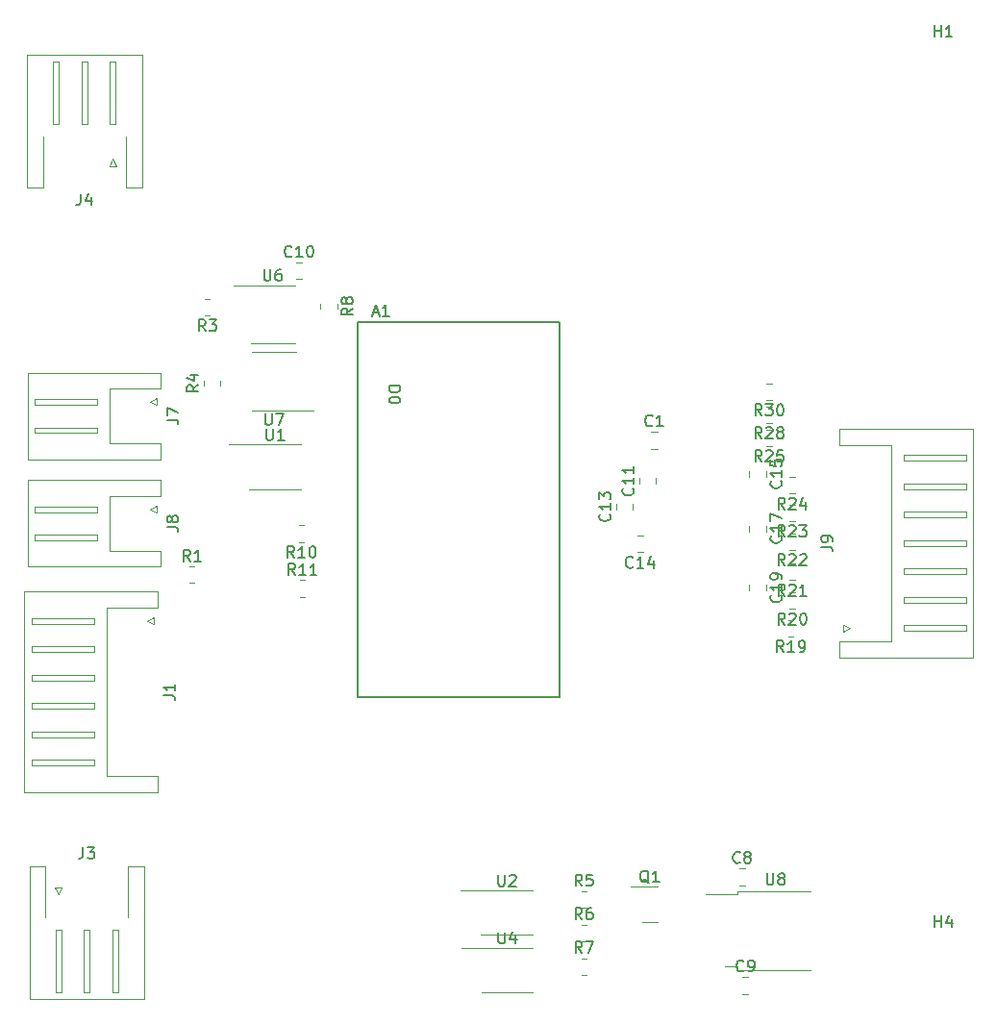
<source format=gbr>
%TF.GenerationSoftware,KiCad,Pcbnew,7.0.9*%
%TF.CreationDate,2024-01-03T22:08:46+05:30*%
%TF.ProjectId,BMS LTC6804-2,424d5320-4c54-4433-9638-30342d322e6b,rev?*%
%TF.SameCoordinates,Original*%
%TF.FileFunction,Legend,Top*%
%TF.FilePolarity,Positive*%
%FSLAX46Y46*%
G04 Gerber Fmt 4.6, Leading zero omitted, Abs format (unit mm)*
G04 Created by KiCad (PCBNEW 7.0.9) date 2024-01-03 22:08:46*
%MOMM*%
%LPD*%
G01*
G04 APERTURE LIST*
%ADD10C,0.150000*%
%ADD11C,0.120000*%
G04 APERTURE END LIST*
D10*
X76903342Y-62034380D02*
X76855723Y-62082000D01*
X76855723Y-62082000D02*
X76712866Y-62129619D01*
X76712866Y-62129619D02*
X76617628Y-62129619D01*
X76617628Y-62129619D02*
X76474771Y-62082000D01*
X76474771Y-62082000D02*
X76379533Y-61986761D01*
X76379533Y-61986761D02*
X76331914Y-61891523D01*
X76331914Y-61891523D02*
X76284295Y-61701047D01*
X76284295Y-61701047D02*
X76284295Y-61558190D01*
X76284295Y-61558190D02*
X76331914Y-61367714D01*
X76331914Y-61367714D02*
X76379533Y-61272476D01*
X76379533Y-61272476D02*
X76474771Y-61177238D01*
X76474771Y-61177238D02*
X76617628Y-61129619D01*
X76617628Y-61129619D02*
X76712866Y-61129619D01*
X76712866Y-61129619D02*
X76855723Y-61177238D01*
X76855723Y-61177238D02*
X76903342Y-61224857D01*
X77855723Y-62129619D02*
X77284295Y-62129619D01*
X77570009Y-62129619D02*
X77570009Y-61129619D01*
X77570009Y-61129619D02*
X77474771Y-61272476D01*
X77474771Y-61272476D02*
X77379533Y-61367714D01*
X77379533Y-61367714D02*
X77284295Y-61415333D01*
X78712866Y-61462952D02*
X78712866Y-62129619D01*
X78474771Y-61082000D02*
X78236676Y-61796285D01*
X78236676Y-61796285D02*
X78855723Y-61796285D01*
X37923933Y-61542819D02*
X37590600Y-61066628D01*
X37352505Y-61542819D02*
X37352505Y-60542819D01*
X37352505Y-60542819D02*
X37733457Y-60542819D01*
X37733457Y-60542819D02*
X37828695Y-60590438D01*
X37828695Y-60590438D02*
X37876314Y-60638057D01*
X37876314Y-60638057D02*
X37923933Y-60733295D01*
X37923933Y-60733295D02*
X37923933Y-60876152D01*
X37923933Y-60876152D02*
X37876314Y-60971390D01*
X37876314Y-60971390D02*
X37828695Y-61019009D01*
X37828695Y-61019009D02*
X37733457Y-61066628D01*
X37733457Y-61066628D02*
X37352505Y-61066628D01*
X38876314Y-61542819D02*
X38304886Y-61542819D01*
X38590600Y-61542819D02*
X38590600Y-60542819D01*
X38590600Y-60542819D02*
X38495362Y-60685676D01*
X38495362Y-60685676D02*
X38400124Y-60780914D01*
X38400124Y-60780914D02*
X38304886Y-60828533D01*
X72426533Y-96043219D02*
X72093200Y-95567028D01*
X71855105Y-96043219D02*
X71855105Y-95043219D01*
X71855105Y-95043219D02*
X72236057Y-95043219D01*
X72236057Y-95043219D02*
X72331295Y-95090838D01*
X72331295Y-95090838D02*
X72378914Y-95138457D01*
X72378914Y-95138457D02*
X72426533Y-95233695D01*
X72426533Y-95233695D02*
X72426533Y-95376552D01*
X72426533Y-95376552D02*
X72378914Y-95471790D01*
X72378914Y-95471790D02*
X72331295Y-95519409D01*
X72331295Y-95519409D02*
X72236057Y-95567028D01*
X72236057Y-95567028D02*
X71855105Y-95567028D01*
X72759867Y-95043219D02*
X73426533Y-95043219D01*
X73426533Y-95043219D02*
X72997962Y-96043219D01*
X103454295Y-15355619D02*
X103454295Y-14355619D01*
X103454295Y-14831809D02*
X104025723Y-14831809D01*
X104025723Y-15355619D02*
X104025723Y-14355619D01*
X105025723Y-15355619D02*
X104454295Y-15355619D01*
X104740009Y-15355619D02*
X104740009Y-14355619D01*
X104740009Y-14355619D02*
X104644771Y-14498476D01*
X104644771Y-14498476D02*
X104549533Y-14593714D01*
X104549533Y-14593714D02*
X104454295Y-14641333D01*
X38632019Y-46039066D02*
X38155828Y-46372399D01*
X38632019Y-46610494D02*
X37632019Y-46610494D01*
X37632019Y-46610494D02*
X37632019Y-46229542D01*
X37632019Y-46229542D02*
X37679638Y-46134304D01*
X37679638Y-46134304D02*
X37727257Y-46086685D01*
X37727257Y-46086685D02*
X37822495Y-46039066D01*
X37822495Y-46039066D02*
X37965352Y-46039066D01*
X37965352Y-46039066D02*
X38060590Y-46086685D01*
X38060590Y-46086685D02*
X38108209Y-46134304D01*
X38108209Y-46134304D02*
X38155828Y-46229542D01*
X38155828Y-46229542D02*
X38155828Y-46610494D01*
X37965352Y-45181923D02*
X38632019Y-45181923D01*
X37584400Y-45420018D02*
X38298685Y-45658113D01*
X38298685Y-45658113D02*
X38298685Y-45039066D01*
X54022714Y-39666104D02*
X54498904Y-39666104D01*
X53927476Y-39951819D02*
X54260809Y-38951819D01*
X54260809Y-38951819D02*
X54594142Y-39951819D01*
X55451285Y-39951819D02*
X54879857Y-39951819D01*
X55165571Y-39951819D02*
X55165571Y-38951819D01*
X55165571Y-38951819D02*
X55070333Y-39094676D01*
X55070333Y-39094676D02*
X54975095Y-39189914D01*
X54975095Y-39189914D02*
X54879857Y-39237533D01*
X55425180Y-46124905D02*
X56425180Y-46124905D01*
X56425180Y-46124905D02*
X56425180Y-46363000D01*
X56425180Y-46363000D02*
X56377561Y-46505857D01*
X56377561Y-46505857D02*
X56282323Y-46601095D01*
X56282323Y-46601095D02*
X56187085Y-46648714D01*
X56187085Y-46648714D02*
X55996609Y-46696333D01*
X55996609Y-46696333D02*
X55853752Y-46696333D01*
X55853752Y-46696333D02*
X55663276Y-46648714D01*
X55663276Y-46648714D02*
X55568038Y-46601095D01*
X55568038Y-46601095D02*
X55472800Y-46505857D01*
X55472800Y-46505857D02*
X55425180Y-46363000D01*
X55425180Y-46363000D02*
X55425180Y-46124905D01*
X56425180Y-47315381D02*
X56425180Y-47410619D01*
X56425180Y-47410619D02*
X56377561Y-47505857D01*
X56377561Y-47505857D02*
X56329942Y-47553476D01*
X56329942Y-47553476D02*
X56234704Y-47601095D01*
X56234704Y-47601095D02*
X56044228Y-47648714D01*
X56044228Y-47648714D02*
X55806133Y-47648714D01*
X55806133Y-47648714D02*
X55615657Y-47601095D01*
X55615657Y-47601095D02*
X55520419Y-47553476D01*
X55520419Y-47553476D02*
X55472800Y-47505857D01*
X55472800Y-47505857D02*
X55425180Y-47410619D01*
X55425180Y-47410619D02*
X55425180Y-47315381D01*
X55425180Y-47315381D02*
X55472800Y-47220143D01*
X55472800Y-47220143D02*
X55520419Y-47172524D01*
X55520419Y-47172524D02*
X55615657Y-47124905D01*
X55615657Y-47124905D02*
X55806133Y-47077286D01*
X55806133Y-47077286D02*
X56044228Y-47077286D01*
X56044228Y-47077286D02*
X56234704Y-47124905D01*
X56234704Y-47124905D02*
X56329942Y-47172524D01*
X56329942Y-47172524D02*
X56377561Y-47220143D01*
X56377561Y-47220143D02*
X56425180Y-47315381D01*
X35593819Y-73385333D02*
X36308104Y-73385333D01*
X36308104Y-73385333D02*
X36450961Y-73432952D01*
X36450961Y-73432952D02*
X36546200Y-73528190D01*
X36546200Y-73528190D02*
X36593819Y-73671047D01*
X36593819Y-73671047D02*
X36593819Y-73766285D01*
X36593819Y-72385333D02*
X36593819Y-72956761D01*
X36593819Y-72671047D02*
X35593819Y-72671047D01*
X35593819Y-72671047D02*
X35736676Y-72766285D01*
X35736676Y-72766285D02*
X35831914Y-72861523D01*
X35831914Y-72861523D02*
X35879533Y-72956761D01*
X44424695Y-35856619D02*
X44424695Y-36666142D01*
X44424695Y-36666142D02*
X44472314Y-36761380D01*
X44472314Y-36761380D02*
X44519933Y-36809000D01*
X44519933Y-36809000D02*
X44615171Y-36856619D01*
X44615171Y-36856619D02*
X44805647Y-36856619D01*
X44805647Y-36856619D02*
X44900885Y-36809000D01*
X44900885Y-36809000D02*
X44948504Y-36761380D01*
X44948504Y-36761380D02*
X44996123Y-36666142D01*
X44996123Y-36666142D02*
X44996123Y-35856619D01*
X45900885Y-35856619D02*
X45710409Y-35856619D01*
X45710409Y-35856619D02*
X45615171Y-35904238D01*
X45615171Y-35904238D02*
X45567552Y-35951857D01*
X45567552Y-35951857D02*
X45472314Y-36094714D01*
X45472314Y-36094714D02*
X45424695Y-36285190D01*
X45424695Y-36285190D02*
X45424695Y-36666142D01*
X45424695Y-36666142D02*
X45472314Y-36761380D01*
X45472314Y-36761380D02*
X45519933Y-36809000D01*
X45519933Y-36809000D02*
X45615171Y-36856619D01*
X45615171Y-36856619D02*
X45805647Y-36856619D01*
X45805647Y-36856619D02*
X45900885Y-36809000D01*
X45900885Y-36809000D02*
X45948504Y-36761380D01*
X45948504Y-36761380D02*
X45996123Y-36666142D01*
X45996123Y-36666142D02*
X45996123Y-36428047D01*
X45996123Y-36428047D02*
X45948504Y-36332809D01*
X45948504Y-36332809D02*
X45900885Y-36285190D01*
X45900885Y-36285190D02*
X45805647Y-36237571D01*
X45805647Y-36237571D02*
X45615171Y-36237571D01*
X45615171Y-36237571D02*
X45519933Y-36285190D01*
X45519933Y-36285190D02*
X45472314Y-36332809D01*
X45472314Y-36332809D02*
X45424695Y-36428047D01*
X47159942Y-62762019D02*
X46826609Y-62285828D01*
X46588514Y-62762019D02*
X46588514Y-61762019D01*
X46588514Y-61762019D02*
X46969466Y-61762019D01*
X46969466Y-61762019D02*
X47064704Y-61809638D01*
X47064704Y-61809638D02*
X47112323Y-61857257D01*
X47112323Y-61857257D02*
X47159942Y-61952495D01*
X47159942Y-61952495D02*
X47159942Y-62095352D01*
X47159942Y-62095352D02*
X47112323Y-62190590D01*
X47112323Y-62190590D02*
X47064704Y-62238209D01*
X47064704Y-62238209D02*
X46969466Y-62285828D01*
X46969466Y-62285828D02*
X46588514Y-62285828D01*
X48112323Y-62762019D02*
X47540895Y-62762019D01*
X47826609Y-62762019D02*
X47826609Y-61762019D01*
X47826609Y-61762019D02*
X47731371Y-61904876D01*
X47731371Y-61904876D02*
X47636133Y-62000114D01*
X47636133Y-62000114D02*
X47540895Y-62047733D01*
X49064704Y-62762019D02*
X48493276Y-62762019D01*
X48778990Y-62762019D02*
X48778990Y-61762019D01*
X48778990Y-61762019D02*
X48683752Y-61904876D01*
X48683752Y-61904876D02*
X48588514Y-62000114D01*
X48588514Y-62000114D02*
X48493276Y-62047733D01*
X90289142Y-56968819D02*
X89955809Y-56492628D01*
X89717714Y-56968819D02*
X89717714Y-55968819D01*
X89717714Y-55968819D02*
X90098666Y-55968819D01*
X90098666Y-55968819D02*
X90193904Y-56016438D01*
X90193904Y-56016438D02*
X90241523Y-56064057D01*
X90241523Y-56064057D02*
X90289142Y-56159295D01*
X90289142Y-56159295D02*
X90289142Y-56302152D01*
X90289142Y-56302152D02*
X90241523Y-56397390D01*
X90241523Y-56397390D02*
X90193904Y-56445009D01*
X90193904Y-56445009D02*
X90098666Y-56492628D01*
X90098666Y-56492628D02*
X89717714Y-56492628D01*
X90670095Y-56064057D02*
X90717714Y-56016438D01*
X90717714Y-56016438D02*
X90812952Y-55968819D01*
X90812952Y-55968819D02*
X91051047Y-55968819D01*
X91051047Y-55968819D02*
X91146285Y-56016438D01*
X91146285Y-56016438D02*
X91193904Y-56064057D01*
X91193904Y-56064057D02*
X91241523Y-56159295D01*
X91241523Y-56159295D02*
X91241523Y-56254533D01*
X91241523Y-56254533D02*
X91193904Y-56397390D01*
X91193904Y-56397390D02*
X90622476Y-56968819D01*
X90622476Y-56968819D02*
X91241523Y-56968819D01*
X92098666Y-56302152D02*
X92098666Y-56968819D01*
X91860571Y-55921200D02*
X91622476Y-56635485D01*
X91622476Y-56635485D02*
X92241523Y-56635485D01*
X39270133Y-41271619D02*
X38936800Y-40795428D01*
X38698705Y-41271619D02*
X38698705Y-40271619D01*
X38698705Y-40271619D02*
X39079657Y-40271619D01*
X39079657Y-40271619D02*
X39174895Y-40319238D01*
X39174895Y-40319238D02*
X39222514Y-40366857D01*
X39222514Y-40366857D02*
X39270133Y-40462095D01*
X39270133Y-40462095D02*
X39270133Y-40604952D01*
X39270133Y-40604952D02*
X39222514Y-40700190D01*
X39222514Y-40700190D02*
X39174895Y-40747809D01*
X39174895Y-40747809D02*
X39079657Y-40795428D01*
X39079657Y-40795428D02*
X38698705Y-40795428D01*
X39603467Y-40271619D02*
X40222514Y-40271619D01*
X40222514Y-40271619D02*
X39889181Y-40652571D01*
X39889181Y-40652571D02*
X40032038Y-40652571D01*
X40032038Y-40652571D02*
X40127276Y-40700190D01*
X40127276Y-40700190D02*
X40174895Y-40747809D01*
X40174895Y-40747809D02*
X40222514Y-40843047D01*
X40222514Y-40843047D02*
X40222514Y-41081142D01*
X40222514Y-41081142D02*
X40174895Y-41176380D01*
X40174895Y-41176380D02*
X40127276Y-41224000D01*
X40127276Y-41224000D02*
X40032038Y-41271619D01*
X40032038Y-41271619D02*
X39746324Y-41271619D01*
X39746324Y-41271619D02*
X39651086Y-41224000D01*
X39651086Y-41224000D02*
X39603467Y-41176380D01*
X103479695Y-93740019D02*
X103479695Y-92740019D01*
X103479695Y-93216209D02*
X104051123Y-93216209D01*
X104051123Y-93740019D02*
X104051123Y-92740019D01*
X104955885Y-93073352D02*
X104955885Y-93740019D01*
X104717790Y-92692400D02*
X104479695Y-93406685D01*
X104479695Y-93406685D02*
X105098742Y-93406685D01*
X44629095Y-49893219D02*
X44629095Y-50702742D01*
X44629095Y-50702742D02*
X44676714Y-50797980D01*
X44676714Y-50797980D02*
X44724333Y-50845600D01*
X44724333Y-50845600D02*
X44819571Y-50893219D01*
X44819571Y-50893219D02*
X45010047Y-50893219D01*
X45010047Y-50893219D02*
X45105285Y-50845600D01*
X45105285Y-50845600D02*
X45152904Y-50797980D01*
X45152904Y-50797980D02*
X45200523Y-50702742D01*
X45200523Y-50702742D02*
X45200523Y-49893219D01*
X46200523Y-50893219D02*
X45629095Y-50893219D01*
X45914809Y-50893219D02*
X45914809Y-49893219D01*
X45914809Y-49893219D02*
X45819571Y-50036076D01*
X45819571Y-50036076D02*
X45724333Y-50131314D01*
X45724333Y-50131314D02*
X45629095Y-50178933D01*
X28281666Y-29192819D02*
X28281666Y-29907104D01*
X28281666Y-29907104D02*
X28234047Y-30049961D01*
X28234047Y-30049961D02*
X28138809Y-30145200D01*
X28138809Y-30145200D02*
X27995952Y-30192819D01*
X27995952Y-30192819D02*
X27900714Y-30192819D01*
X29186428Y-29526152D02*
X29186428Y-30192819D01*
X28948333Y-29145200D02*
X28710238Y-29859485D01*
X28710238Y-29859485D02*
X29329285Y-29859485D01*
X89923580Y-54490857D02*
X89971200Y-54538476D01*
X89971200Y-54538476D02*
X90018819Y-54681333D01*
X90018819Y-54681333D02*
X90018819Y-54776571D01*
X90018819Y-54776571D02*
X89971200Y-54919428D01*
X89971200Y-54919428D02*
X89875961Y-55014666D01*
X89875961Y-55014666D02*
X89780723Y-55062285D01*
X89780723Y-55062285D02*
X89590247Y-55109904D01*
X89590247Y-55109904D02*
X89447390Y-55109904D01*
X89447390Y-55109904D02*
X89256914Y-55062285D01*
X89256914Y-55062285D02*
X89161676Y-55014666D01*
X89161676Y-55014666D02*
X89066438Y-54919428D01*
X89066438Y-54919428D02*
X89018819Y-54776571D01*
X89018819Y-54776571D02*
X89018819Y-54681333D01*
X89018819Y-54681333D02*
X89066438Y-54538476D01*
X89066438Y-54538476D02*
X89114057Y-54490857D01*
X90018819Y-53538476D02*
X90018819Y-54109904D01*
X90018819Y-53824190D02*
X89018819Y-53824190D01*
X89018819Y-53824190D02*
X89161676Y-53919428D01*
X89161676Y-53919428D02*
X89256914Y-54014666D01*
X89256914Y-54014666D02*
X89304533Y-54109904D01*
X89018819Y-52633714D02*
X89018819Y-53109904D01*
X89018819Y-53109904D02*
X89495009Y-53157523D01*
X89495009Y-53157523D02*
X89447390Y-53109904D01*
X89447390Y-53109904D02*
X89399771Y-53014666D01*
X89399771Y-53014666D02*
X89399771Y-52776571D01*
X89399771Y-52776571D02*
X89447390Y-52681333D01*
X89447390Y-52681333D02*
X89495009Y-52633714D01*
X89495009Y-52633714D02*
X89590247Y-52586095D01*
X89590247Y-52586095D02*
X89828342Y-52586095D01*
X89828342Y-52586095D02*
X89923580Y-52633714D01*
X89923580Y-52633714D02*
X89971200Y-52681333D01*
X89971200Y-52681333D02*
X90018819Y-52776571D01*
X90018819Y-52776571D02*
X90018819Y-53014666D01*
X90018819Y-53014666D02*
X89971200Y-53109904D01*
X89971200Y-53109904D02*
X89923580Y-53157523D01*
X90162142Y-69541819D02*
X89828809Y-69065628D01*
X89590714Y-69541819D02*
X89590714Y-68541819D01*
X89590714Y-68541819D02*
X89971666Y-68541819D01*
X89971666Y-68541819D02*
X90066904Y-68589438D01*
X90066904Y-68589438D02*
X90114523Y-68637057D01*
X90114523Y-68637057D02*
X90162142Y-68732295D01*
X90162142Y-68732295D02*
X90162142Y-68875152D01*
X90162142Y-68875152D02*
X90114523Y-68970390D01*
X90114523Y-68970390D02*
X90066904Y-69018009D01*
X90066904Y-69018009D02*
X89971666Y-69065628D01*
X89971666Y-69065628D02*
X89590714Y-69065628D01*
X91114523Y-69541819D02*
X90543095Y-69541819D01*
X90828809Y-69541819D02*
X90828809Y-68541819D01*
X90828809Y-68541819D02*
X90733571Y-68684676D01*
X90733571Y-68684676D02*
X90638333Y-68779914D01*
X90638333Y-68779914D02*
X90543095Y-68827533D01*
X91590714Y-69541819D02*
X91781190Y-69541819D01*
X91781190Y-69541819D02*
X91876428Y-69494200D01*
X91876428Y-69494200D02*
X91924047Y-69446580D01*
X91924047Y-69446580D02*
X92019285Y-69303723D01*
X92019285Y-69303723D02*
X92066904Y-69113247D01*
X92066904Y-69113247D02*
X92066904Y-68732295D01*
X92066904Y-68732295D02*
X92019285Y-68637057D01*
X92019285Y-68637057D02*
X91971666Y-68589438D01*
X91971666Y-68589438D02*
X91876428Y-68541819D01*
X91876428Y-68541819D02*
X91685952Y-68541819D01*
X91685952Y-68541819D02*
X91590714Y-68589438D01*
X91590714Y-68589438D02*
X91543095Y-68637057D01*
X91543095Y-68637057D02*
X91495476Y-68732295D01*
X91495476Y-68732295D02*
X91495476Y-68970390D01*
X91495476Y-68970390D02*
X91543095Y-69065628D01*
X91543095Y-69065628D02*
X91590714Y-69113247D01*
X91590714Y-69113247D02*
X91685952Y-69160866D01*
X91685952Y-69160866D02*
X91876428Y-69160866D01*
X91876428Y-69160866D02*
X91971666Y-69113247D01*
X91971666Y-69113247D02*
X92019285Y-69065628D01*
X92019285Y-69065628D02*
X92066904Y-68970390D01*
X89923580Y-59316857D02*
X89971200Y-59364476D01*
X89971200Y-59364476D02*
X90018819Y-59507333D01*
X90018819Y-59507333D02*
X90018819Y-59602571D01*
X90018819Y-59602571D02*
X89971200Y-59745428D01*
X89971200Y-59745428D02*
X89875961Y-59840666D01*
X89875961Y-59840666D02*
X89780723Y-59888285D01*
X89780723Y-59888285D02*
X89590247Y-59935904D01*
X89590247Y-59935904D02*
X89447390Y-59935904D01*
X89447390Y-59935904D02*
X89256914Y-59888285D01*
X89256914Y-59888285D02*
X89161676Y-59840666D01*
X89161676Y-59840666D02*
X89066438Y-59745428D01*
X89066438Y-59745428D02*
X89018819Y-59602571D01*
X89018819Y-59602571D02*
X89018819Y-59507333D01*
X89018819Y-59507333D02*
X89066438Y-59364476D01*
X89066438Y-59364476D02*
X89114057Y-59316857D01*
X90018819Y-58364476D02*
X90018819Y-58935904D01*
X90018819Y-58650190D02*
X89018819Y-58650190D01*
X89018819Y-58650190D02*
X89161676Y-58745428D01*
X89161676Y-58745428D02*
X89256914Y-58840666D01*
X89256914Y-58840666D02*
X89304533Y-58935904D01*
X89018819Y-58031142D02*
X89018819Y-57364476D01*
X89018819Y-57364476D02*
X90018819Y-57793047D01*
X76886180Y-55125857D02*
X76933800Y-55173476D01*
X76933800Y-55173476D02*
X76981419Y-55316333D01*
X76981419Y-55316333D02*
X76981419Y-55411571D01*
X76981419Y-55411571D02*
X76933800Y-55554428D01*
X76933800Y-55554428D02*
X76838561Y-55649666D01*
X76838561Y-55649666D02*
X76743323Y-55697285D01*
X76743323Y-55697285D02*
X76552847Y-55744904D01*
X76552847Y-55744904D02*
X76409990Y-55744904D01*
X76409990Y-55744904D02*
X76219514Y-55697285D01*
X76219514Y-55697285D02*
X76124276Y-55649666D01*
X76124276Y-55649666D02*
X76029038Y-55554428D01*
X76029038Y-55554428D02*
X75981419Y-55411571D01*
X75981419Y-55411571D02*
X75981419Y-55316333D01*
X75981419Y-55316333D02*
X76029038Y-55173476D01*
X76029038Y-55173476D02*
X76076657Y-55125857D01*
X76981419Y-54173476D02*
X76981419Y-54744904D01*
X76981419Y-54459190D02*
X75981419Y-54459190D01*
X75981419Y-54459190D02*
X76124276Y-54554428D01*
X76124276Y-54554428D02*
X76219514Y-54649666D01*
X76219514Y-54649666D02*
X76267133Y-54744904D01*
X76981419Y-53221095D02*
X76981419Y-53792523D01*
X76981419Y-53506809D02*
X75981419Y-53506809D01*
X75981419Y-53506809D02*
X76124276Y-53602047D01*
X76124276Y-53602047D02*
X76219514Y-53697285D01*
X76219514Y-53697285D02*
X76267133Y-53792523D01*
X78628033Y-49581180D02*
X78580414Y-49628800D01*
X78580414Y-49628800D02*
X78437557Y-49676419D01*
X78437557Y-49676419D02*
X78342319Y-49676419D01*
X78342319Y-49676419D02*
X78199462Y-49628800D01*
X78199462Y-49628800D02*
X78104224Y-49533561D01*
X78104224Y-49533561D02*
X78056605Y-49438323D01*
X78056605Y-49438323D02*
X78008986Y-49247847D01*
X78008986Y-49247847D02*
X78008986Y-49104990D01*
X78008986Y-49104990D02*
X78056605Y-48914514D01*
X78056605Y-48914514D02*
X78104224Y-48819276D01*
X78104224Y-48819276D02*
X78199462Y-48724038D01*
X78199462Y-48724038D02*
X78342319Y-48676419D01*
X78342319Y-48676419D02*
X78437557Y-48676419D01*
X78437557Y-48676419D02*
X78580414Y-48724038D01*
X78580414Y-48724038D02*
X78628033Y-48771657D01*
X79580414Y-49676419D02*
X79008986Y-49676419D01*
X79294700Y-49676419D02*
X79294700Y-48676419D01*
X79294700Y-48676419D02*
X79199462Y-48819276D01*
X79199462Y-48819276D02*
X79104224Y-48914514D01*
X79104224Y-48914514D02*
X79008986Y-48962133D01*
X78314561Y-89894857D02*
X78219323Y-89847238D01*
X78219323Y-89847238D02*
X78124085Y-89752000D01*
X78124085Y-89752000D02*
X77981228Y-89609142D01*
X77981228Y-89609142D02*
X77885990Y-89561523D01*
X77885990Y-89561523D02*
X77790752Y-89561523D01*
X77838371Y-89799619D02*
X77743133Y-89752000D01*
X77743133Y-89752000D02*
X77647895Y-89656761D01*
X77647895Y-89656761D02*
X77600276Y-89466285D01*
X77600276Y-89466285D02*
X77600276Y-89132952D01*
X77600276Y-89132952D02*
X77647895Y-88942476D01*
X77647895Y-88942476D02*
X77743133Y-88847238D01*
X77743133Y-88847238D02*
X77838371Y-88799619D01*
X77838371Y-88799619D02*
X78028847Y-88799619D01*
X78028847Y-88799619D02*
X78124085Y-88847238D01*
X78124085Y-88847238D02*
X78219323Y-88942476D01*
X78219323Y-88942476D02*
X78266942Y-89132952D01*
X78266942Y-89132952D02*
X78266942Y-89466285D01*
X78266942Y-89466285D02*
X78219323Y-89656761D01*
X78219323Y-89656761D02*
X78124085Y-89752000D01*
X78124085Y-89752000D02*
X78028847Y-89799619D01*
X78028847Y-89799619D02*
X77838371Y-89799619D01*
X79219323Y-89799619D02*
X78647895Y-89799619D01*
X78933609Y-89799619D02*
X78933609Y-88799619D01*
X78933609Y-88799619D02*
X78838371Y-88942476D01*
X78838371Y-88942476D02*
X78743133Y-89037714D01*
X78743133Y-89037714D02*
X78647895Y-89085333D01*
X74854180Y-57386457D02*
X74901800Y-57434076D01*
X74901800Y-57434076D02*
X74949419Y-57576933D01*
X74949419Y-57576933D02*
X74949419Y-57672171D01*
X74949419Y-57672171D02*
X74901800Y-57815028D01*
X74901800Y-57815028D02*
X74806561Y-57910266D01*
X74806561Y-57910266D02*
X74711323Y-57957885D01*
X74711323Y-57957885D02*
X74520847Y-58005504D01*
X74520847Y-58005504D02*
X74377990Y-58005504D01*
X74377990Y-58005504D02*
X74187514Y-57957885D01*
X74187514Y-57957885D02*
X74092276Y-57910266D01*
X74092276Y-57910266D02*
X73997038Y-57815028D01*
X73997038Y-57815028D02*
X73949419Y-57672171D01*
X73949419Y-57672171D02*
X73949419Y-57576933D01*
X73949419Y-57576933D02*
X73997038Y-57434076D01*
X73997038Y-57434076D02*
X74044657Y-57386457D01*
X74949419Y-56434076D02*
X74949419Y-57005504D01*
X74949419Y-56719790D02*
X73949419Y-56719790D01*
X73949419Y-56719790D02*
X74092276Y-56815028D01*
X74092276Y-56815028D02*
X74187514Y-56910266D01*
X74187514Y-56910266D02*
X74235133Y-57005504D01*
X73949419Y-56100742D02*
X73949419Y-55481695D01*
X73949419Y-55481695D02*
X74330371Y-55815028D01*
X74330371Y-55815028D02*
X74330371Y-55672171D01*
X74330371Y-55672171D02*
X74377990Y-55576933D01*
X74377990Y-55576933D02*
X74425609Y-55529314D01*
X74425609Y-55529314D02*
X74520847Y-55481695D01*
X74520847Y-55481695D02*
X74758942Y-55481695D01*
X74758942Y-55481695D02*
X74854180Y-55529314D01*
X74854180Y-55529314D02*
X74901800Y-55576933D01*
X74901800Y-55576933D02*
X74949419Y-55672171D01*
X74949419Y-55672171D02*
X74949419Y-55957885D01*
X74949419Y-55957885D02*
X74901800Y-56053123D01*
X74901800Y-56053123D02*
X74854180Y-56100742D01*
X35868819Y-49101333D02*
X36583104Y-49101333D01*
X36583104Y-49101333D02*
X36725961Y-49148952D01*
X36725961Y-49148952D02*
X36821200Y-49244190D01*
X36821200Y-49244190D02*
X36868819Y-49387047D01*
X36868819Y-49387047D02*
X36868819Y-49482285D01*
X35868819Y-48720380D02*
X35868819Y-48053714D01*
X35868819Y-48053714D02*
X36868819Y-48482285D01*
X86650533Y-97587180D02*
X86602914Y-97634800D01*
X86602914Y-97634800D02*
X86460057Y-97682419D01*
X86460057Y-97682419D02*
X86364819Y-97682419D01*
X86364819Y-97682419D02*
X86221962Y-97634800D01*
X86221962Y-97634800D02*
X86126724Y-97539561D01*
X86126724Y-97539561D02*
X86079105Y-97444323D01*
X86079105Y-97444323D02*
X86031486Y-97253847D01*
X86031486Y-97253847D02*
X86031486Y-97110990D01*
X86031486Y-97110990D02*
X86079105Y-96920514D01*
X86079105Y-96920514D02*
X86126724Y-96825276D01*
X86126724Y-96825276D02*
X86221962Y-96730038D01*
X86221962Y-96730038D02*
X86364819Y-96682419D01*
X86364819Y-96682419D02*
X86460057Y-96682419D01*
X86460057Y-96682419D02*
X86602914Y-96730038D01*
X86602914Y-96730038D02*
X86650533Y-96777657D01*
X87126724Y-97682419D02*
X87317200Y-97682419D01*
X87317200Y-97682419D02*
X87412438Y-97634800D01*
X87412438Y-97634800D02*
X87460057Y-97587180D01*
X87460057Y-97587180D02*
X87555295Y-97444323D01*
X87555295Y-97444323D02*
X87602914Y-97253847D01*
X87602914Y-97253847D02*
X87602914Y-96872895D01*
X87602914Y-96872895D02*
X87555295Y-96777657D01*
X87555295Y-96777657D02*
X87507676Y-96730038D01*
X87507676Y-96730038D02*
X87412438Y-96682419D01*
X87412438Y-96682419D02*
X87221962Y-96682419D01*
X87221962Y-96682419D02*
X87126724Y-96730038D01*
X87126724Y-96730038D02*
X87079105Y-96777657D01*
X87079105Y-96777657D02*
X87031486Y-96872895D01*
X87031486Y-96872895D02*
X87031486Y-97110990D01*
X87031486Y-97110990D02*
X87079105Y-97206228D01*
X87079105Y-97206228D02*
X87126724Y-97253847D01*
X87126724Y-97253847D02*
X87221962Y-97301466D01*
X87221962Y-97301466D02*
X87412438Y-97301466D01*
X87412438Y-97301466D02*
X87507676Y-97253847D01*
X87507676Y-97253847D02*
X87555295Y-97206228D01*
X87555295Y-97206228D02*
X87602914Y-97110990D01*
X44526295Y-48552419D02*
X44526295Y-49361942D01*
X44526295Y-49361942D02*
X44573914Y-49457180D01*
X44573914Y-49457180D02*
X44621533Y-49504800D01*
X44621533Y-49504800D02*
X44716771Y-49552419D01*
X44716771Y-49552419D02*
X44907247Y-49552419D01*
X44907247Y-49552419D02*
X45002485Y-49504800D01*
X45002485Y-49504800D02*
X45050104Y-49457180D01*
X45050104Y-49457180D02*
X45097723Y-49361942D01*
X45097723Y-49361942D02*
X45097723Y-48552419D01*
X45478676Y-48552419D02*
X46145342Y-48552419D01*
X46145342Y-48552419D02*
X45716771Y-49552419D01*
X72426533Y-93093219D02*
X72093200Y-92617028D01*
X71855105Y-93093219D02*
X71855105Y-92093219D01*
X71855105Y-92093219D02*
X72236057Y-92093219D01*
X72236057Y-92093219D02*
X72331295Y-92140838D01*
X72331295Y-92140838D02*
X72378914Y-92188457D01*
X72378914Y-92188457D02*
X72426533Y-92283695D01*
X72426533Y-92283695D02*
X72426533Y-92426552D01*
X72426533Y-92426552D02*
X72378914Y-92521790D01*
X72378914Y-92521790D02*
X72331295Y-92569409D01*
X72331295Y-92569409D02*
X72236057Y-92617028D01*
X72236057Y-92617028D02*
X71855105Y-92617028D01*
X73283676Y-92093219D02*
X73093200Y-92093219D01*
X73093200Y-92093219D02*
X72997962Y-92140838D01*
X72997962Y-92140838D02*
X72950343Y-92188457D01*
X72950343Y-92188457D02*
X72855105Y-92331314D01*
X72855105Y-92331314D02*
X72807486Y-92521790D01*
X72807486Y-92521790D02*
X72807486Y-92902742D01*
X72807486Y-92902742D02*
X72855105Y-92997980D01*
X72855105Y-92997980D02*
X72902724Y-93045600D01*
X72902724Y-93045600D02*
X72997962Y-93093219D01*
X72997962Y-93093219D02*
X73188438Y-93093219D01*
X73188438Y-93093219D02*
X73283676Y-93045600D01*
X73283676Y-93045600D02*
X73331295Y-92997980D01*
X73331295Y-92997980D02*
X73378914Y-92902742D01*
X73378914Y-92902742D02*
X73378914Y-92664647D01*
X73378914Y-92664647D02*
X73331295Y-92569409D01*
X73331295Y-92569409D02*
X73283676Y-92521790D01*
X73283676Y-92521790D02*
X73188438Y-92474171D01*
X73188438Y-92474171D02*
X72997962Y-92474171D01*
X72997962Y-92474171D02*
X72902724Y-92521790D01*
X72902724Y-92521790D02*
X72855105Y-92569409D01*
X72855105Y-92569409D02*
X72807486Y-92664647D01*
X46855142Y-34671380D02*
X46807523Y-34719000D01*
X46807523Y-34719000D02*
X46664666Y-34766619D01*
X46664666Y-34766619D02*
X46569428Y-34766619D01*
X46569428Y-34766619D02*
X46426571Y-34719000D01*
X46426571Y-34719000D02*
X46331333Y-34623761D01*
X46331333Y-34623761D02*
X46283714Y-34528523D01*
X46283714Y-34528523D02*
X46236095Y-34338047D01*
X46236095Y-34338047D02*
X46236095Y-34195190D01*
X46236095Y-34195190D02*
X46283714Y-34004714D01*
X46283714Y-34004714D02*
X46331333Y-33909476D01*
X46331333Y-33909476D02*
X46426571Y-33814238D01*
X46426571Y-33814238D02*
X46569428Y-33766619D01*
X46569428Y-33766619D02*
X46664666Y-33766619D01*
X46664666Y-33766619D02*
X46807523Y-33814238D01*
X46807523Y-33814238D02*
X46855142Y-33861857D01*
X47807523Y-34766619D02*
X47236095Y-34766619D01*
X47521809Y-34766619D02*
X47521809Y-33766619D01*
X47521809Y-33766619D02*
X47426571Y-33909476D01*
X47426571Y-33909476D02*
X47331333Y-34004714D01*
X47331333Y-34004714D02*
X47236095Y-34052333D01*
X48426571Y-33766619D02*
X48521809Y-33766619D01*
X48521809Y-33766619D02*
X48617047Y-33814238D01*
X48617047Y-33814238D02*
X48664666Y-33861857D01*
X48664666Y-33861857D02*
X48712285Y-33957095D01*
X48712285Y-33957095D02*
X48759904Y-34147571D01*
X48759904Y-34147571D02*
X48759904Y-34385666D01*
X48759904Y-34385666D02*
X48712285Y-34576142D01*
X48712285Y-34576142D02*
X48664666Y-34671380D01*
X48664666Y-34671380D02*
X48617047Y-34719000D01*
X48617047Y-34719000D02*
X48521809Y-34766619D01*
X48521809Y-34766619D02*
X48426571Y-34766619D01*
X48426571Y-34766619D02*
X48331333Y-34719000D01*
X48331333Y-34719000D02*
X48283714Y-34671380D01*
X48283714Y-34671380D02*
X48236095Y-34576142D01*
X48236095Y-34576142D02*
X48188476Y-34385666D01*
X48188476Y-34385666D02*
X48188476Y-34147571D01*
X48188476Y-34147571D02*
X48236095Y-33957095D01*
X48236095Y-33957095D02*
X48283714Y-33861857D01*
X48283714Y-33861857D02*
X48331333Y-33814238D01*
X48331333Y-33814238D02*
X48426571Y-33766619D01*
X88257142Y-48713819D02*
X87923809Y-48237628D01*
X87685714Y-48713819D02*
X87685714Y-47713819D01*
X87685714Y-47713819D02*
X88066666Y-47713819D01*
X88066666Y-47713819D02*
X88161904Y-47761438D01*
X88161904Y-47761438D02*
X88209523Y-47809057D01*
X88209523Y-47809057D02*
X88257142Y-47904295D01*
X88257142Y-47904295D02*
X88257142Y-48047152D01*
X88257142Y-48047152D02*
X88209523Y-48142390D01*
X88209523Y-48142390D02*
X88161904Y-48190009D01*
X88161904Y-48190009D02*
X88066666Y-48237628D01*
X88066666Y-48237628D02*
X87685714Y-48237628D01*
X88590476Y-47713819D02*
X89209523Y-47713819D01*
X89209523Y-47713819D02*
X88876190Y-48094771D01*
X88876190Y-48094771D02*
X89019047Y-48094771D01*
X89019047Y-48094771D02*
X89114285Y-48142390D01*
X89114285Y-48142390D02*
X89161904Y-48190009D01*
X89161904Y-48190009D02*
X89209523Y-48285247D01*
X89209523Y-48285247D02*
X89209523Y-48523342D01*
X89209523Y-48523342D02*
X89161904Y-48618580D01*
X89161904Y-48618580D02*
X89114285Y-48666200D01*
X89114285Y-48666200D02*
X89019047Y-48713819D01*
X89019047Y-48713819D02*
X88733333Y-48713819D01*
X88733333Y-48713819D02*
X88638095Y-48666200D01*
X88638095Y-48666200D02*
X88590476Y-48618580D01*
X89828571Y-47713819D02*
X89923809Y-47713819D01*
X89923809Y-47713819D02*
X90019047Y-47761438D01*
X90019047Y-47761438D02*
X90066666Y-47809057D01*
X90066666Y-47809057D02*
X90114285Y-47904295D01*
X90114285Y-47904295D02*
X90161904Y-48094771D01*
X90161904Y-48094771D02*
X90161904Y-48332866D01*
X90161904Y-48332866D02*
X90114285Y-48523342D01*
X90114285Y-48523342D02*
X90066666Y-48618580D01*
X90066666Y-48618580D02*
X90019047Y-48666200D01*
X90019047Y-48666200D02*
X89923809Y-48713819D01*
X89923809Y-48713819D02*
X89828571Y-48713819D01*
X89828571Y-48713819D02*
X89733333Y-48666200D01*
X89733333Y-48666200D02*
X89685714Y-48618580D01*
X89685714Y-48618580D02*
X89638095Y-48523342D01*
X89638095Y-48523342D02*
X89590476Y-48332866D01*
X89590476Y-48332866D02*
X89590476Y-48094771D01*
X89590476Y-48094771D02*
X89638095Y-47904295D01*
X89638095Y-47904295D02*
X89685714Y-47809057D01*
X89685714Y-47809057D02*
X89733333Y-47761438D01*
X89733333Y-47761438D02*
X89828571Y-47713819D01*
X52244419Y-39282666D02*
X51768228Y-39615999D01*
X52244419Y-39854094D02*
X51244419Y-39854094D01*
X51244419Y-39854094D02*
X51244419Y-39473142D01*
X51244419Y-39473142D02*
X51292038Y-39377904D01*
X51292038Y-39377904D02*
X51339657Y-39330285D01*
X51339657Y-39330285D02*
X51434895Y-39282666D01*
X51434895Y-39282666D02*
X51577752Y-39282666D01*
X51577752Y-39282666D02*
X51672990Y-39330285D01*
X51672990Y-39330285D02*
X51720609Y-39377904D01*
X51720609Y-39377904D02*
X51768228Y-39473142D01*
X51768228Y-39473142D02*
X51768228Y-39854094D01*
X51672990Y-38711237D02*
X51625371Y-38806475D01*
X51625371Y-38806475D02*
X51577752Y-38854094D01*
X51577752Y-38854094D02*
X51482514Y-38901713D01*
X51482514Y-38901713D02*
X51434895Y-38901713D01*
X51434895Y-38901713D02*
X51339657Y-38854094D01*
X51339657Y-38854094D02*
X51292038Y-38806475D01*
X51292038Y-38806475D02*
X51244419Y-38711237D01*
X51244419Y-38711237D02*
X51244419Y-38520761D01*
X51244419Y-38520761D02*
X51292038Y-38425523D01*
X51292038Y-38425523D02*
X51339657Y-38377904D01*
X51339657Y-38377904D02*
X51434895Y-38330285D01*
X51434895Y-38330285D02*
X51482514Y-38330285D01*
X51482514Y-38330285D02*
X51577752Y-38377904D01*
X51577752Y-38377904D02*
X51625371Y-38425523D01*
X51625371Y-38425523D02*
X51672990Y-38520761D01*
X51672990Y-38520761D02*
X51672990Y-38711237D01*
X51672990Y-38711237D02*
X51720609Y-38806475D01*
X51720609Y-38806475D02*
X51768228Y-38854094D01*
X51768228Y-38854094D02*
X51863466Y-38901713D01*
X51863466Y-38901713D02*
X52053942Y-38901713D01*
X52053942Y-38901713D02*
X52149180Y-38854094D01*
X52149180Y-38854094D02*
X52196800Y-38806475D01*
X52196800Y-38806475D02*
X52244419Y-38711237D01*
X52244419Y-38711237D02*
X52244419Y-38520761D01*
X52244419Y-38520761D02*
X52196800Y-38425523D01*
X52196800Y-38425523D02*
X52149180Y-38377904D01*
X52149180Y-38377904D02*
X52053942Y-38330285D01*
X52053942Y-38330285D02*
X51863466Y-38330285D01*
X51863466Y-38330285D02*
X51768228Y-38377904D01*
X51768228Y-38377904D02*
X51720609Y-38425523D01*
X51720609Y-38425523D02*
X51672990Y-38520761D01*
X90289142Y-59381819D02*
X89955809Y-58905628D01*
X89717714Y-59381819D02*
X89717714Y-58381819D01*
X89717714Y-58381819D02*
X90098666Y-58381819D01*
X90098666Y-58381819D02*
X90193904Y-58429438D01*
X90193904Y-58429438D02*
X90241523Y-58477057D01*
X90241523Y-58477057D02*
X90289142Y-58572295D01*
X90289142Y-58572295D02*
X90289142Y-58715152D01*
X90289142Y-58715152D02*
X90241523Y-58810390D01*
X90241523Y-58810390D02*
X90193904Y-58858009D01*
X90193904Y-58858009D02*
X90098666Y-58905628D01*
X90098666Y-58905628D02*
X89717714Y-58905628D01*
X90670095Y-58477057D02*
X90717714Y-58429438D01*
X90717714Y-58429438D02*
X90812952Y-58381819D01*
X90812952Y-58381819D02*
X91051047Y-58381819D01*
X91051047Y-58381819D02*
X91146285Y-58429438D01*
X91146285Y-58429438D02*
X91193904Y-58477057D01*
X91193904Y-58477057D02*
X91241523Y-58572295D01*
X91241523Y-58572295D02*
X91241523Y-58667533D01*
X91241523Y-58667533D02*
X91193904Y-58810390D01*
X91193904Y-58810390D02*
X90622476Y-59381819D01*
X90622476Y-59381819D02*
X91241523Y-59381819D01*
X91574857Y-58381819D02*
X92193904Y-58381819D01*
X92193904Y-58381819D02*
X91860571Y-58762771D01*
X91860571Y-58762771D02*
X92003428Y-58762771D01*
X92003428Y-58762771D02*
X92098666Y-58810390D01*
X92098666Y-58810390D02*
X92146285Y-58858009D01*
X92146285Y-58858009D02*
X92193904Y-58953247D01*
X92193904Y-58953247D02*
X92193904Y-59191342D01*
X92193904Y-59191342D02*
X92146285Y-59286580D01*
X92146285Y-59286580D02*
X92098666Y-59334200D01*
X92098666Y-59334200D02*
X92003428Y-59381819D01*
X92003428Y-59381819D02*
X91717714Y-59381819D01*
X91717714Y-59381819D02*
X91622476Y-59334200D01*
X91622476Y-59334200D02*
X91574857Y-59286580D01*
X35868819Y-58551333D02*
X36583104Y-58551333D01*
X36583104Y-58551333D02*
X36725961Y-58598952D01*
X36725961Y-58598952D02*
X36821200Y-58694190D01*
X36821200Y-58694190D02*
X36868819Y-58837047D01*
X36868819Y-58837047D02*
X36868819Y-58932285D01*
X36297390Y-57932285D02*
X36249771Y-58027523D01*
X36249771Y-58027523D02*
X36202152Y-58075142D01*
X36202152Y-58075142D02*
X36106914Y-58122761D01*
X36106914Y-58122761D02*
X36059295Y-58122761D01*
X36059295Y-58122761D02*
X35964057Y-58075142D01*
X35964057Y-58075142D02*
X35916438Y-58027523D01*
X35916438Y-58027523D02*
X35868819Y-57932285D01*
X35868819Y-57932285D02*
X35868819Y-57741809D01*
X35868819Y-57741809D02*
X35916438Y-57646571D01*
X35916438Y-57646571D02*
X35964057Y-57598952D01*
X35964057Y-57598952D02*
X36059295Y-57551333D01*
X36059295Y-57551333D02*
X36106914Y-57551333D01*
X36106914Y-57551333D02*
X36202152Y-57598952D01*
X36202152Y-57598952D02*
X36249771Y-57646571D01*
X36249771Y-57646571D02*
X36297390Y-57741809D01*
X36297390Y-57741809D02*
X36297390Y-57932285D01*
X36297390Y-57932285D02*
X36345009Y-58027523D01*
X36345009Y-58027523D02*
X36392628Y-58075142D01*
X36392628Y-58075142D02*
X36487866Y-58122761D01*
X36487866Y-58122761D02*
X36678342Y-58122761D01*
X36678342Y-58122761D02*
X36773580Y-58075142D01*
X36773580Y-58075142D02*
X36821200Y-58027523D01*
X36821200Y-58027523D02*
X36868819Y-57932285D01*
X36868819Y-57932285D02*
X36868819Y-57741809D01*
X36868819Y-57741809D02*
X36821200Y-57646571D01*
X36821200Y-57646571D02*
X36773580Y-57598952D01*
X36773580Y-57598952D02*
X36678342Y-57551333D01*
X36678342Y-57551333D02*
X36487866Y-57551333D01*
X36487866Y-57551333D02*
X36392628Y-57598952D01*
X36392628Y-57598952D02*
X36345009Y-57646571D01*
X36345009Y-57646571D02*
X36297390Y-57741809D01*
X86345733Y-88036780D02*
X86298114Y-88084400D01*
X86298114Y-88084400D02*
X86155257Y-88132019D01*
X86155257Y-88132019D02*
X86060019Y-88132019D01*
X86060019Y-88132019D02*
X85917162Y-88084400D01*
X85917162Y-88084400D02*
X85821924Y-87989161D01*
X85821924Y-87989161D02*
X85774305Y-87893923D01*
X85774305Y-87893923D02*
X85726686Y-87703447D01*
X85726686Y-87703447D02*
X85726686Y-87560590D01*
X85726686Y-87560590D02*
X85774305Y-87370114D01*
X85774305Y-87370114D02*
X85821924Y-87274876D01*
X85821924Y-87274876D02*
X85917162Y-87179638D01*
X85917162Y-87179638D02*
X86060019Y-87132019D01*
X86060019Y-87132019D02*
X86155257Y-87132019D01*
X86155257Y-87132019D02*
X86298114Y-87179638D01*
X86298114Y-87179638D02*
X86345733Y-87227257D01*
X86917162Y-87560590D02*
X86821924Y-87512971D01*
X86821924Y-87512971D02*
X86774305Y-87465352D01*
X86774305Y-87465352D02*
X86726686Y-87370114D01*
X86726686Y-87370114D02*
X86726686Y-87322495D01*
X86726686Y-87322495D02*
X86774305Y-87227257D01*
X86774305Y-87227257D02*
X86821924Y-87179638D01*
X86821924Y-87179638D02*
X86917162Y-87132019D01*
X86917162Y-87132019D02*
X87107638Y-87132019D01*
X87107638Y-87132019D02*
X87202876Y-87179638D01*
X87202876Y-87179638D02*
X87250495Y-87227257D01*
X87250495Y-87227257D02*
X87298114Y-87322495D01*
X87298114Y-87322495D02*
X87298114Y-87370114D01*
X87298114Y-87370114D02*
X87250495Y-87465352D01*
X87250495Y-87465352D02*
X87202876Y-87512971D01*
X87202876Y-87512971D02*
X87107638Y-87560590D01*
X87107638Y-87560590D02*
X86917162Y-87560590D01*
X86917162Y-87560590D02*
X86821924Y-87608209D01*
X86821924Y-87608209D02*
X86774305Y-87655828D01*
X86774305Y-87655828D02*
X86726686Y-87751066D01*
X86726686Y-87751066D02*
X86726686Y-87941542D01*
X86726686Y-87941542D02*
X86774305Y-88036780D01*
X86774305Y-88036780D02*
X86821924Y-88084400D01*
X86821924Y-88084400D02*
X86917162Y-88132019D01*
X86917162Y-88132019D02*
X87107638Y-88132019D01*
X87107638Y-88132019D02*
X87202876Y-88084400D01*
X87202876Y-88084400D02*
X87250495Y-88036780D01*
X87250495Y-88036780D02*
X87298114Y-87941542D01*
X87298114Y-87941542D02*
X87298114Y-87751066D01*
X87298114Y-87751066D02*
X87250495Y-87655828D01*
X87250495Y-87655828D02*
X87202876Y-87608209D01*
X87202876Y-87608209D02*
X87107638Y-87560590D01*
X90289142Y-67128819D02*
X89955809Y-66652628D01*
X89717714Y-67128819D02*
X89717714Y-66128819D01*
X89717714Y-66128819D02*
X90098666Y-66128819D01*
X90098666Y-66128819D02*
X90193904Y-66176438D01*
X90193904Y-66176438D02*
X90241523Y-66224057D01*
X90241523Y-66224057D02*
X90289142Y-66319295D01*
X90289142Y-66319295D02*
X90289142Y-66462152D01*
X90289142Y-66462152D02*
X90241523Y-66557390D01*
X90241523Y-66557390D02*
X90193904Y-66605009D01*
X90193904Y-66605009D02*
X90098666Y-66652628D01*
X90098666Y-66652628D02*
X89717714Y-66652628D01*
X90670095Y-66224057D02*
X90717714Y-66176438D01*
X90717714Y-66176438D02*
X90812952Y-66128819D01*
X90812952Y-66128819D02*
X91051047Y-66128819D01*
X91051047Y-66128819D02*
X91146285Y-66176438D01*
X91146285Y-66176438D02*
X91193904Y-66224057D01*
X91193904Y-66224057D02*
X91241523Y-66319295D01*
X91241523Y-66319295D02*
X91241523Y-66414533D01*
X91241523Y-66414533D02*
X91193904Y-66557390D01*
X91193904Y-66557390D02*
X90622476Y-67128819D01*
X90622476Y-67128819D02*
X91241523Y-67128819D01*
X91860571Y-66128819D02*
X91955809Y-66128819D01*
X91955809Y-66128819D02*
X92051047Y-66176438D01*
X92051047Y-66176438D02*
X92098666Y-66224057D01*
X92098666Y-66224057D02*
X92146285Y-66319295D01*
X92146285Y-66319295D02*
X92193904Y-66509771D01*
X92193904Y-66509771D02*
X92193904Y-66747866D01*
X92193904Y-66747866D02*
X92146285Y-66938342D01*
X92146285Y-66938342D02*
X92098666Y-67033580D01*
X92098666Y-67033580D02*
X92051047Y-67081200D01*
X92051047Y-67081200D02*
X91955809Y-67128819D01*
X91955809Y-67128819D02*
X91860571Y-67128819D01*
X91860571Y-67128819D02*
X91765333Y-67081200D01*
X91765333Y-67081200D02*
X91717714Y-67033580D01*
X91717714Y-67033580D02*
X91670095Y-66938342D01*
X91670095Y-66938342D02*
X91622476Y-66747866D01*
X91622476Y-66747866D02*
X91622476Y-66509771D01*
X91622476Y-66509771D02*
X91670095Y-66319295D01*
X91670095Y-66319295D02*
X91717714Y-66224057D01*
X91717714Y-66224057D02*
X91765333Y-66176438D01*
X91765333Y-66176438D02*
X91860571Y-66128819D01*
X88705495Y-89035419D02*
X88705495Y-89844942D01*
X88705495Y-89844942D02*
X88753114Y-89940180D01*
X88753114Y-89940180D02*
X88800733Y-89987800D01*
X88800733Y-89987800D02*
X88895971Y-90035419D01*
X88895971Y-90035419D02*
X89086447Y-90035419D01*
X89086447Y-90035419D02*
X89181685Y-89987800D01*
X89181685Y-89987800D02*
X89229304Y-89940180D01*
X89229304Y-89940180D02*
X89276923Y-89844942D01*
X89276923Y-89844942D02*
X89276923Y-89035419D01*
X89895971Y-89463990D02*
X89800733Y-89416371D01*
X89800733Y-89416371D02*
X89753114Y-89368752D01*
X89753114Y-89368752D02*
X89705495Y-89273514D01*
X89705495Y-89273514D02*
X89705495Y-89225895D01*
X89705495Y-89225895D02*
X89753114Y-89130657D01*
X89753114Y-89130657D02*
X89800733Y-89083038D01*
X89800733Y-89083038D02*
X89895971Y-89035419D01*
X89895971Y-89035419D02*
X90086447Y-89035419D01*
X90086447Y-89035419D02*
X90181685Y-89083038D01*
X90181685Y-89083038D02*
X90229304Y-89130657D01*
X90229304Y-89130657D02*
X90276923Y-89225895D01*
X90276923Y-89225895D02*
X90276923Y-89273514D01*
X90276923Y-89273514D02*
X90229304Y-89368752D01*
X90229304Y-89368752D02*
X90181685Y-89416371D01*
X90181685Y-89416371D02*
X90086447Y-89463990D01*
X90086447Y-89463990D02*
X89895971Y-89463990D01*
X89895971Y-89463990D02*
X89800733Y-89511609D01*
X89800733Y-89511609D02*
X89753114Y-89559228D01*
X89753114Y-89559228D02*
X89705495Y-89654466D01*
X89705495Y-89654466D02*
X89705495Y-89844942D01*
X89705495Y-89844942D02*
X89753114Y-89940180D01*
X89753114Y-89940180D02*
X89800733Y-89987800D01*
X89800733Y-89987800D02*
X89895971Y-90035419D01*
X89895971Y-90035419D02*
X90086447Y-90035419D01*
X90086447Y-90035419D02*
X90181685Y-89987800D01*
X90181685Y-89987800D02*
X90229304Y-89940180D01*
X90229304Y-89940180D02*
X90276923Y-89844942D01*
X90276923Y-89844942D02*
X90276923Y-89654466D01*
X90276923Y-89654466D02*
X90229304Y-89559228D01*
X90229304Y-89559228D02*
X90181685Y-89511609D01*
X90181685Y-89511609D02*
X90086447Y-89463990D01*
X93490819Y-60284333D02*
X94205104Y-60284333D01*
X94205104Y-60284333D02*
X94347961Y-60331952D01*
X94347961Y-60331952D02*
X94443200Y-60427190D01*
X94443200Y-60427190D02*
X94490819Y-60570047D01*
X94490819Y-60570047D02*
X94490819Y-60665285D01*
X94490819Y-59760523D02*
X94490819Y-59570047D01*
X94490819Y-59570047D02*
X94443200Y-59474809D01*
X94443200Y-59474809D02*
X94395580Y-59427190D01*
X94395580Y-59427190D02*
X94252723Y-59331952D01*
X94252723Y-59331952D02*
X94062247Y-59284333D01*
X94062247Y-59284333D02*
X93681295Y-59284333D01*
X93681295Y-59284333D02*
X93586057Y-59331952D01*
X93586057Y-59331952D02*
X93538438Y-59379571D01*
X93538438Y-59379571D02*
X93490819Y-59474809D01*
X93490819Y-59474809D02*
X93490819Y-59665285D01*
X93490819Y-59665285D02*
X93538438Y-59760523D01*
X93538438Y-59760523D02*
X93586057Y-59808142D01*
X93586057Y-59808142D02*
X93681295Y-59855761D01*
X93681295Y-59855761D02*
X93919390Y-59855761D01*
X93919390Y-59855761D02*
X94014628Y-59808142D01*
X94014628Y-59808142D02*
X94062247Y-59760523D01*
X94062247Y-59760523D02*
X94109866Y-59665285D01*
X94109866Y-59665285D02*
X94109866Y-59474809D01*
X94109866Y-59474809D02*
X94062247Y-59379571D01*
X94062247Y-59379571D02*
X94014628Y-59331952D01*
X94014628Y-59331952D02*
X93919390Y-59284333D01*
X65049495Y-89161619D02*
X65049495Y-89971142D01*
X65049495Y-89971142D02*
X65097114Y-90066380D01*
X65097114Y-90066380D02*
X65144733Y-90114000D01*
X65144733Y-90114000D02*
X65239971Y-90161619D01*
X65239971Y-90161619D02*
X65430447Y-90161619D01*
X65430447Y-90161619D02*
X65525685Y-90114000D01*
X65525685Y-90114000D02*
X65573304Y-90066380D01*
X65573304Y-90066380D02*
X65620923Y-89971142D01*
X65620923Y-89971142D02*
X65620923Y-89161619D01*
X66049495Y-89256857D02*
X66097114Y-89209238D01*
X66097114Y-89209238D02*
X66192352Y-89161619D01*
X66192352Y-89161619D02*
X66430447Y-89161619D01*
X66430447Y-89161619D02*
X66525685Y-89209238D01*
X66525685Y-89209238D02*
X66573304Y-89256857D01*
X66573304Y-89256857D02*
X66620923Y-89352095D01*
X66620923Y-89352095D02*
X66620923Y-89447333D01*
X66620923Y-89447333D02*
X66573304Y-89590190D01*
X66573304Y-89590190D02*
X66001876Y-90161619D01*
X66001876Y-90161619D02*
X66620923Y-90161619D01*
X88257142Y-50745819D02*
X87923809Y-50269628D01*
X87685714Y-50745819D02*
X87685714Y-49745819D01*
X87685714Y-49745819D02*
X88066666Y-49745819D01*
X88066666Y-49745819D02*
X88161904Y-49793438D01*
X88161904Y-49793438D02*
X88209523Y-49841057D01*
X88209523Y-49841057D02*
X88257142Y-49936295D01*
X88257142Y-49936295D02*
X88257142Y-50079152D01*
X88257142Y-50079152D02*
X88209523Y-50174390D01*
X88209523Y-50174390D02*
X88161904Y-50222009D01*
X88161904Y-50222009D02*
X88066666Y-50269628D01*
X88066666Y-50269628D02*
X87685714Y-50269628D01*
X88638095Y-49841057D02*
X88685714Y-49793438D01*
X88685714Y-49793438D02*
X88780952Y-49745819D01*
X88780952Y-49745819D02*
X89019047Y-49745819D01*
X89019047Y-49745819D02*
X89114285Y-49793438D01*
X89114285Y-49793438D02*
X89161904Y-49841057D01*
X89161904Y-49841057D02*
X89209523Y-49936295D01*
X89209523Y-49936295D02*
X89209523Y-50031533D01*
X89209523Y-50031533D02*
X89161904Y-50174390D01*
X89161904Y-50174390D02*
X88590476Y-50745819D01*
X88590476Y-50745819D02*
X89209523Y-50745819D01*
X89780952Y-50174390D02*
X89685714Y-50126771D01*
X89685714Y-50126771D02*
X89638095Y-50079152D01*
X89638095Y-50079152D02*
X89590476Y-49983914D01*
X89590476Y-49983914D02*
X89590476Y-49936295D01*
X89590476Y-49936295D02*
X89638095Y-49841057D01*
X89638095Y-49841057D02*
X89685714Y-49793438D01*
X89685714Y-49793438D02*
X89780952Y-49745819D01*
X89780952Y-49745819D02*
X89971428Y-49745819D01*
X89971428Y-49745819D02*
X90066666Y-49793438D01*
X90066666Y-49793438D02*
X90114285Y-49841057D01*
X90114285Y-49841057D02*
X90161904Y-49936295D01*
X90161904Y-49936295D02*
X90161904Y-49983914D01*
X90161904Y-49983914D02*
X90114285Y-50079152D01*
X90114285Y-50079152D02*
X90066666Y-50126771D01*
X90066666Y-50126771D02*
X89971428Y-50174390D01*
X89971428Y-50174390D02*
X89780952Y-50174390D01*
X89780952Y-50174390D02*
X89685714Y-50222009D01*
X89685714Y-50222009D02*
X89638095Y-50269628D01*
X89638095Y-50269628D02*
X89590476Y-50364866D01*
X89590476Y-50364866D02*
X89590476Y-50555342D01*
X89590476Y-50555342D02*
X89638095Y-50650580D01*
X89638095Y-50650580D02*
X89685714Y-50698200D01*
X89685714Y-50698200D02*
X89780952Y-50745819D01*
X89780952Y-50745819D02*
X89971428Y-50745819D01*
X89971428Y-50745819D02*
X90066666Y-50698200D01*
X90066666Y-50698200D02*
X90114285Y-50650580D01*
X90114285Y-50650580D02*
X90161904Y-50555342D01*
X90161904Y-50555342D02*
X90161904Y-50364866D01*
X90161904Y-50364866D02*
X90114285Y-50269628D01*
X90114285Y-50269628D02*
X90066666Y-50222009D01*
X90066666Y-50222009D02*
X89971428Y-50174390D01*
X88257142Y-52777819D02*
X87923809Y-52301628D01*
X87685714Y-52777819D02*
X87685714Y-51777819D01*
X87685714Y-51777819D02*
X88066666Y-51777819D01*
X88066666Y-51777819D02*
X88161904Y-51825438D01*
X88161904Y-51825438D02*
X88209523Y-51873057D01*
X88209523Y-51873057D02*
X88257142Y-51968295D01*
X88257142Y-51968295D02*
X88257142Y-52111152D01*
X88257142Y-52111152D02*
X88209523Y-52206390D01*
X88209523Y-52206390D02*
X88161904Y-52254009D01*
X88161904Y-52254009D02*
X88066666Y-52301628D01*
X88066666Y-52301628D02*
X87685714Y-52301628D01*
X88638095Y-51873057D02*
X88685714Y-51825438D01*
X88685714Y-51825438D02*
X88780952Y-51777819D01*
X88780952Y-51777819D02*
X89019047Y-51777819D01*
X89019047Y-51777819D02*
X89114285Y-51825438D01*
X89114285Y-51825438D02*
X89161904Y-51873057D01*
X89161904Y-51873057D02*
X89209523Y-51968295D01*
X89209523Y-51968295D02*
X89209523Y-52063533D01*
X89209523Y-52063533D02*
X89161904Y-52206390D01*
X89161904Y-52206390D02*
X88590476Y-52777819D01*
X88590476Y-52777819D02*
X89209523Y-52777819D01*
X90114285Y-51777819D02*
X89638095Y-51777819D01*
X89638095Y-51777819D02*
X89590476Y-52254009D01*
X89590476Y-52254009D02*
X89638095Y-52206390D01*
X89638095Y-52206390D02*
X89733333Y-52158771D01*
X89733333Y-52158771D02*
X89971428Y-52158771D01*
X89971428Y-52158771D02*
X90066666Y-52206390D01*
X90066666Y-52206390D02*
X90114285Y-52254009D01*
X90114285Y-52254009D02*
X90161904Y-52349247D01*
X90161904Y-52349247D02*
X90161904Y-52587342D01*
X90161904Y-52587342D02*
X90114285Y-52682580D01*
X90114285Y-52682580D02*
X90066666Y-52730200D01*
X90066666Y-52730200D02*
X89971428Y-52777819D01*
X89971428Y-52777819D02*
X89733333Y-52777819D01*
X89733333Y-52777819D02*
X89638095Y-52730200D01*
X89638095Y-52730200D02*
X89590476Y-52682580D01*
X65074895Y-94216219D02*
X65074895Y-95025742D01*
X65074895Y-95025742D02*
X65122514Y-95120980D01*
X65122514Y-95120980D02*
X65170133Y-95168600D01*
X65170133Y-95168600D02*
X65265371Y-95216219D01*
X65265371Y-95216219D02*
X65455847Y-95216219D01*
X65455847Y-95216219D02*
X65551085Y-95168600D01*
X65551085Y-95168600D02*
X65598704Y-95120980D01*
X65598704Y-95120980D02*
X65646323Y-95025742D01*
X65646323Y-95025742D02*
X65646323Y-94216219D01*
X66551085Y-94549552D02*
X66551085Y-95216219D01*
X66312990Y-94168600D02*
X66074895Y-94882885D01*
X66074895Y-94882885D02*
X66693942Y-94882885D01*
X89923580Y-64523857D02*
X89971200Y-64571476D01*
X89971200Y-64571476D02*
X90018819Y-64714333D01*
X90018819Y-64714333D02*
X90018819Y-64809571D01*
X90018819Y-64809571D02*
X89971200Y-64952428D01*
X89971200Y-64952428D02*
X89875961Y-65047666D01*
X89875961Y-65047666D02*
X89780723Y-65095285D01*
X89780723Y-65095285D02*
X89590247Y-65142904D01*
X89590247Y-65142904D02*
X89447390Y-65142904D01*
X89447390Y-65142904D02*
X89256914Y-65095285D01*
X89256914Y-65095285D02*
X89161676Y-65047666D01*
X89161676Y-65047666D02*
X89066438Y-64952428D01*
X89066438Y-64952428D02*
X89018819Y-64809571D01*
X89018819Y-64809571D02*
X89018819Y-64714333D01*
X89018819Y-64714333D02*
X89066438Y-64571476D01*
X89066438Y-64571476D02*
X89114057Y-64523857D01*
X90018819Y-63571476D02*
X90018819Y-64142904D01*
X90018819Y-63857190D02*
X89018819Y-63857190D01*
X89018819Y-63857190D02*
X89161676Y-63952428D01*
X89161676Y-63952428D02*
X89256914Y-64047666D01*
X89256914Y-64047666D02*
X89304533Y-64142904D01*
X90018819Y-63095285D02*
X90018819Y-62904809D01*
X90018819Y-62904809D02*
X89971200Y-62809571D01*
X89971200Y-62809571D02*
X89923580Y-62761952D01*
X89923580Y-62761952D02*
X89780723Y-62666714D01*
X89780723Y-62666714D02*
X89590247Y-62619095D01*
X89590247Y-62619095D02*
X89209295Y-62619095D01*
X89209295Y-62619095D02*
X89114057Y-62666714D01*
X89114057Y-62666714D02*
X89066438Y-62714333D01*
X89066438Y-62714333D02*
X89018819Y-62809571D01*
X89018819Y-62809571D02*
X89018819Y-63000047D01*
X89018819Y-63000047D02*
X89066438Y-63095285D01*
X89066438Y-63095285D02*
X89114057Y-63142904D01*
X89114057Y-63142904D02*
X89209295Y-63190523D01*
X89209295Y-63190523D02*
X89447390Y-63190523D01*
X89447390Y-63190523D02*
X89542628Y-63142904D01*
X89542628Y-63142904D02*
X89590247Y-63095285D01*
X89590247Y-63095285D02*
X89637866Y-63000047D01*
X89637866Y-63000047D02*
X89637866Y-62809571D01*
X89637866Y-62809571D02*
X89590247Y-62714333D01*
X89590247Y-62714333D02*
X89542628Y-62666714D01*
X89542628Y-62666714D02*
X89447390Y-62619095D01*
X28495666Y-86738819D02*
X28495666Y-87453104D01*
X28495666Y-87453104D02*
X28448047Y-87595961D01*
X28448047Y-87595961D02*
X28352809Y-87691200D01*
X28352809Y-87691200D02*
X28209952Y-87738819D01*
X28209952Y-87738819D02*
X28114714Y-87738819D01*
X28876619Y-86738819D02*
X29495666Y-86738819D01*
X29495666Y-86738819D02*
X29162333Y-87119771D01*
X29162333Y-87119771D02*
X29305190Y-87119771D01*
X29305190Y-87119771D02*
X29400428Y-87167390D01*
X29400428Y-87167390D02*
X29448047Y-87215009D01*
X29448047Y-87215009D02*
X29495666Y-87310247D01*
X29495666Y-87310247D02*
X29495666Y-87548342D01*
X29495666Y-87548342D02*
X29448047Y-87643580D01*
X29448047Y-87643580D02*
X29400428Y-87691200D01*
X29400428Y-87691200D02*
X29305190Y-87738819D01*
X29305190Y-87738819D02*
X29019476Y-87738819D01*
X29019476Y-87738819D02*
X28924238Y-87691200D01*
X28924238Y-87691200D02*
X28876619Y-87643580D01*
X72426533Y-90143219D02*
X72093200Y-89667028D01*
X71855105Y-90143219D02*
X71855105Y-89143219D01*
X71855105Y-89143219D02*
X72236057Y-89143219D01*
X72236057Y-89143219D02*
X72331295Y-89190838D01*
X72331295Y-89190838D02*
X72378914Y-89238457D01*
X72378914Y-89238457D02*
X72426533Y-89333695D01*
X72426533Y-89333695D02*
X72426533Y-89476552D01*
X72426533Y-89476552D02*
X72378914Y-89571790D01*
X72378914Y-89571790D02*
X72331295Y-89619409D01*
X72331295Y-89619409D02*
X72236057Y-89667028D01*
X72236057Y-89667028D02*
X71855105Y-89667028D01*
X73331295Y-89143219D02*
X72855105Y-89143219D01*
X72855105Y-89143219D02*
X72807486Y-89619409D01*
X72807486Y-89619409D02*
X72855105Y-89571790D01*
X72855105Y-89571790D02*
X72950343Y-89524171D01*
X72950343Y-89524171D02*
X73188438Y-89524171D01*
X73188438Y-89524171D02*
X73283676Y-89571790D01*
X73283676Y-89571790D02*
X73331295Y-89619409D01*
X73331295Y-89619409D02*
X73378914Y-89714647D01*
X73378914Y-89714647D02*
X73378914Y-89952742D01*
X73378914Y-89952742D02*
X73331295Y-90047980D01*
X73331295Y-90047980D02*
X73283676Y-90095600D01*
X73283676Y-90095600D02*
X73188438Y-90143219D01*
X73188438Y-90143219D02*
X72950343Y-90143219D01*
X72950343Y-90143219D02*
X72855105Y-90095600D01*
X72855105Y-90095600D02*
X72807486Y-90047980D01*
X90289142Y-61921819D02*
X89955809Y-61445628D01*
X89717714Y-61921819D02*
X89717714Y-60921819D01*
X89717714Y-60921819D02*
X90098666Y-60921819D01*
X90098666Y-60921819D02*
X90193904Y-60969438D01*
X90193904Y-60969438D02*
X90241523Y-61017057D01*
X90241523Y-61017057D02*
X90289142Y-61112295D01*
X90289142Y-61112295D02*
X90289142Y-61255152D01*
X90289142Y-61255152D02*
X90241523Y-61350390D01*
X90241523Y-61350390D02*
X90193904Y-61398009D01*
X90193904Y-61398009D02*
X90098666Y-61445628D01*
X90098666Y-61445628D02*
X89717714Y-61445628D01*
X90670095Y-61017057D02*
X90717714Y-60969438D01*
X90717714Y-60969438D02*
X90812952Y-60921819D01*
X90812952Y-60921819D02*
X91051047Y-60921819D01*
X91051047Y-60921819D02*
X91146285Y-60969438D01*
X91146285Y-60969438D02*
X91193904Y-61017057D01*
X91193904Y-61017057D02*
X91241523Y-61112295D01*
X91241523Y-61112295D02*
X91241523Y-61207533D01*
X91241523Y-61207533D02*
X91193904Y-61350390D01*
X91193904Y-61350390D02*
X90622476Y-61921819D01*
X90622476Y-61921819D02*
X91241523Y-61921819D01*
X91622476Y-61017057D02*
X91670095Y-60969438D01*
X91670095Y-60969438D02*
X91765333Y-60921819D01*
X91765333Y-60921819D02*
X92003428Y-60921819D01*
X92003428Y-60921819D02*
X92098666Y-60969438D01*
X92098666Y-60969438D02*
X92146285Y-61017057D01*
X92146285Y-61017057D02*
X92193904Y-61112295D01*
X92193904Y-61112295D02*
X92193904Y-61207533D01*
X92193904Y-61207533D02*
X92146285Y-61350390D01*
X92146285Y-61350390D02*
X91574857Y-61921819D01*
X91574857Y-61921819D02*
X92193904Y-61921819D01*
X47083742Y-61236019D02*
X46750409Y-60759828D01*
X46512314Y-61236019D02*
X46512314Y-60236019D01*
X46512314Y-60236019D02*
X46893266Y-60236019D01*
X46893266Y-60236019D02*
X46988504Y-60283638D01*
X46988504Y-60283638D02*
X47036123Y-60331257D01*
X47036123Y-60331257D02*
X47083742Y-60426495D01*
X47083742Y-60426495D02*
X47083742Y-60569352D01*
X47083742Y-60569352D02*
X47036123Y-60664590D01*
X47036123Y-60664590D02*
X46988504Y-60712209D01*
X46988504Y-60712209D02*
X46893266Y-60759828D01*
X46893266Y-60759828D02*
X46512314Y-60759828D01*
X48036123Y-61236019D02*
X47464695Y-61236019D01*
X47750409Y-61236019D02*
X47750409Y-60236019D01*
X47750409Y-60236019D02*
X47655171Y-60378876D01*
X47655171Y-60378876D02*
X47559933Y-60474114D01*
X47559933Y-60474114D02*
X47464695Y-60521733D01*
X48655171Y-60236019D02*
X48750409Y-60236019D01*
X48750409Y-60236019D02*
X48845647Y-60283638D01*
X48845647Y-60283638D02*
X48893266Y-60331257D01*
X48893266Y-60331257D02*
X48940885Y-60426495D01*
X48940885Y-60426495D02*
X48988504Y-60616971D01*
X48988504Y-60616971D02*
X48988504Y-60855066D01*
X48988504Y-60855066D02*
X48940885Y-61045542D01*
X48940885Y-61045542D02*
X48893266Y-61140780D01*
X48893266Y-61140780D02*
X48845647Y-61188400D01*
X48845647Y-61188400D02*
X48750409Y-61236019D01*
X48750409Y-61236019D02*
X48655171Y-61236019D01*
X48655171Y-61236019D02*
X48559933Y-61188400D01*
X48559933Y-61188400D02*
X48512314Y-61140780D01*
X48512314Y-61140780D02*
X48464695Y-61045542D01*
X48464695Y-61045542D02*
X48417076Y-60855066D01*
X48417076Y-60855066D02*
X48417076Y-60616971D01*
X48417076Y-60616971D02*
X48464695Y-60426495D01*
X48464695Y-60426495D02*
X48512314Y-60331257D01*
X48512314Y-60331257D02*
X48559933Y-60283638D01*
X48559933Y-60283638D02*
X48655171Y-60236019D01*
X90289142Y-64588819D02*
X89955809Y-64112628D01*
X89717714Y-64588819D02*
X89717714Y-63588819D01*
X89717714Y-63588819D02*
X90098666Y-63588819D01*
X90098666Y-63588819D02*
X90193904Y-63636438D01*
X90193904Y-63636438D02*
X90241523Y-63684057D01*
X90241523Y-63684057D02*
X90289142Y-63779295D01*
X90289142Y-63779295D02*
X90289142Y-63922152D01*
X90289142Y-63922152D02*
X90241523Y-64017390D01*
X90241523Y-64017390D02*
X90193904Y-64065009D01*
X90193904Y-64065009D02*
X90098666Y-64112628D01*
X90098666Y-64112628D02*
X89717714Y-64112628D01*
X90670095Y-63684057D02*
X90717714Y-63636438D01*
X90717714Y-63636438D02*
X90812952Y-63588819D01*
X90812952Y-63588819D02*
X91051047Y-63588819D01*
X91051047Y-63588819D02*
X91146285Y-63636438D01*
X91146285Y-63636438D02*
X91193904Y-63684057D01*
X91193904Y-63684057D02*
X91241523Y-63779295D01*
X91241523Y-63779295D02*
X91241523Y-63874533D01*
X91241523Y-63874533D02*
X91193904Y-64017390D01*
X91193904Y-64017390D02*
X90622476Y-64588819D01*
X90622476Y-64588819D02*
X91241523Y-64588819D01*
X92193904Y-64588819D02*
X91622476Y-64588819D01*
X91908190Y-64588819D02*
X91908190Y-63588819D01*
X91908190Y-63588819D02*
X91812952Y-63731676D01*
X91812952Y-63731676D02*
X91717714Y-63826914D01*
X91717714Y-63826914D02*
X91622476Y-63874533D01*
D11*
%TO.C,C14*%
X77807452Y-60729800D02*
X77284948Y-60729800D01*
X77807452Y-59259800D02*
X77284948Y-59259800D01*
%TO.C,R1*%
X37863536Y-62003000D02*
X38317664Y-62003000D01*
X37863536Y-63473000D02*
X38317664Y-63473000D01*
%TO.C,R7*%
X72366136Y-96503400D02*
X72820264Y-96503400D01*
X72366136Y-97973400D02*
X72820264Y-97973400D01*
%TO.C,R4*%
X39092200Y-46099464D02*
X39092200Y-45645336D01*
X40562200Y-46099464D02*
X40562200Y-45645336D01*
D10*
%TO.C,A1*%
X52705000Y-40513000D02*
X52705000Y-73533000D01*
X70485000Y-40513000D02*
X52705000Y-40513000D01*
X70485000Y-40513000D02*
X70485000Y-73533000D01*
X70485000Y-73533000D02*
X52705000Y-73533000D01*
D11*
%TO.C,J1*%
X35049000Y-64242000D02*
X35049000Y-65662000D01*
X23329000Y-64242000D02*
X35049000Y-64242000D01*
X35049000Y-65662000D02*
X30549000Y-65662000D01*
X30549000Y-65662000D02*
X30549000Y-73052000D01*
X34739000Y-66502000D02*
X34739000Y-67102000D01*
X29439000Y-66552000D02*
X23939000Y-66552000D01*
X23939000Y-66552000D02*
X23939000Y-67052000D01*
X34139000Y-66802000D02*
X34739000Y-66502000D01*
X29439000Y-67052000D02*
X29439000Y-66552000D01*
X23939000Y-67052000D02*
X29439000Y-67052000D01*
X34739000Y-67102000D02*
X34139000Y-66802000D01*
X29439000Y-69052000D02*
X23939000Y-69052000D01*
X23939000Y-69052000D02*
X23939000Y-69552000D01*
X29439000Y-69552000D02*
X29439000Y-69052000D01*
X23939000Y-69552000D02*
X29439000Y-69552000D01*
X29439000Y-71552000D02*
X23939000Y-71552000D01*
X23939000Y-71552000D02*
X23939000Y-72052000D01*
X29439000Y-72052000D02*
X29439000Y-71552000D01*
X23939000Y-72052000D02*
X29439000Y-72052000D01*
X23329000Y-73052000D02*
X23329000Y-64242000D01*
X23329000Y-73052000D02*
X23329000Y-81862000D01*
X29439000Y-74052000D02*
X23939000Y-74052000D01*
X23939000Y-74052000D02*
X23939000Y-74552000D01*
X29439000Y-74552000D02*
X29439000Y-74052000D01*
X23939000Y-74552000D02*
X29439000Y-74552000D01*
X29439000Y-76552000D02*
X23939000Y-76552000D01*
X23939000Y-76552000D02*
X23939000Y-77052000D01*
X29439000Y-77052000D02*
X29439000Y-76552000D01*
X23939000Y-77052000D02*
X29439000Y-77052000D01*
X29439000Y-79052000D02*
X23939000Y-79052000D01*
X23939000Y-79052000D02*
X23939000Y-79552000D01*
X29439000Y-79552000D02*
X29439000Y-79052000D01*
X23939000Y-79552000D02*
X29439000Y-79552000D01*
X35049000Y-80442000D02*
X30549000Y-80442000D01*
X30549000Y-80442000D02*
X30549000Y-73052000D01*
X35049000Y-81862000D02*
X35049000Y-80442000D01*
X23329000Y-81862000D02*
X35049000Y-81862000D01*
%TO.C,U6*%
X45186600Y-37241800D02*
X41736600Y-37241800D01*
X45186600Y-37241800D02*
X47136600Y-37241800D01*
X45186600Y-42361800D02*
X43236600Y-42361800D01*
X45186600Y-42361800D02*
X47136600Y-42361800D01*
%TO.C,R11*%
X47575736Y-63222200D02*
X48029864Y-63222200D01*
X47575736Y-64692200D02*
X48029864Y-64692200D01*
%TO.C,R24*%
X91159064Y-55599000D02*
X90704936Y-55599000D01*
X91159064Y-54129000D02*
X90704936Y-54129000D01*
%TO.C,R3*%
X39663864Y-39901800D02*
X39209736Y-39901800D01*
X39663864Y-38431800D02*
X39209736Y-38431800D01*
%TO.C,U1*%
X45391000Y-51278400D02*
X41341000Y-51278400D01*
X45391000Y-51278400D02*
X47666000Y-51278400D01*
X45391000Y-55198400D02*
X43116000Y-55198400D01*
X45391000Y-55198400D02*
X47666000Y-55198400D01*
%TO.C,J4*%
X33675000Y-28648000D02*
X32255000Y-28648000D01*
X33675000Y-16928000D02*
X33675000Y-28648000D01*
X32255000Y-28648000D02*
X32255000Y-24148000D01*
X31415000Y-26738000D02*
X30815000Y-26738000D01*
X31365000Y-23038000D02*
X31365000Y-17538000D01*
X31365000Y-17538000D02*
X30865000Y-17538000D01*
X31115000Y-26138000D02*
X31415000Y-26738000D01*
X30865000Y-23038000D02*
X31365000Y-23038000D01*
X30865000Y-17538000D02*
X30865000Y-23038000D01*
X30815000Y-26738000D02*
X31115000Y-26138000D01*
X28865000Y-23038000D02*
X28865000Y-17538000D01*
X28865000Y-17538000D02*
X28365000Y-17538000D01*
X28615000Y-16928000D02*
X33675000Y-16928000D01*
X28615000Y-16928000D02*
X23555000Y-16928000D01*
X28365000Y-23038000D02*
X28865000Y-23038000D01*
X28365000Y-17538000D02*
X28365000Y-23038000D01*
X26365000Y-23038000D02*
X26365000Y-17538000D01*
X26365000Y-17538000D02*
X25865000Y-17538000D01*
X25865000Y-23038000D02*
X26365000Y-23038000D01*
X25865000Y-17538000D02*
X25865000Y-23038000D01*
X24975000Y-28648000D02*
X24975000Y-24148000D01*
X23555000Y-28648000D02*
X24975000Y-28648000D01*
X23555000Y-16928000D02*
X23555000Y-28648000D01*
%TO.C,C15*%
X88619000Y-53586748D02*
X88619000Y-54109252D01*
X87149000Y-53586748D02*
X87149000Y-54109252D01*
%TO.C,R19*%
X91032064Y-68172000D02*
X90577936Y-68172000D01*
X91032064Y-66702000D02*
X90577936Y-66702000D01*
%TO.C,C17*%
X88619000Y-58412748D02*
X88619000Y-58935252D01*
X87149000Y-58412748D02*
X87149000Y-58935252D01*
%TO.C,C11*%
X77471600Y-54744252D02*
X77471600Y-54221748D01*
X78941600Y-54744252D02*
X78941600Y-54221748D01*
%TO.C,C1*%
X78533448Y-50166600D02*
X79055952Y-50166600D01*
X78533448Y-51636600D02*
X79055952Y-51636600D01*
%TO.C,Q1*%
X78409800Y-90184800D02*
X76734800Y-90184800D01*
X78409800Y-90184800D02*
X79059800Y-90184800D01*
X78409800Y-93304800D02*
X77759800Y-93304800D01*
X78409800Y-93304800D02*
X79059800Y-93304800D01*
%TO.C,C13*%
X75439600Y-57004852D02*
X75439600Y-56482348D01*
X76909600Y-57004852D02*
X76909600Y-56482348D01*
%TO.C,J7*%
X35324000Y-44958000D02*
X35324000Y-46378000D01*
X23604000Y-44958000D02*
X35324000Y-44958000D01*
X35324000Y-46378000D02*
X30824000Y-46378000D01*
X30824000Y-46378000D02*
X30824000Y-48768000D01*
X35014000Y-47218000D02*
X35014000Y-47818000D01*
X29714000Y-47268000D02*
X24214000Y-47268000D01*
X24214000Y-47268000D02*
X24214000Y-47768000D01*
X34414000Y-47518000D02*
X35014000Y-47218000D01*
X29714000Y-47768000D02*
X29714000Y-47268000D01*
X24214000Y-47768000D02*
X29714000Y-47768000D01*
X35014000Y-47818000D02*
X34414000Y-47518000D01*
X23604000Y-48768000D02*
X23604000Y-44958000D01*
X23604000Y-48768000D02*
X23604000Y-52578000D01*
X29714000Y-49768000D02*
X24214000Y-49768000D01*
X24214000Y-49768000D02*
X24214000Y-50268000D01*
X29714000Y-50268000D02*
X29714000Y-49768000D01*
X24214000Y-50268000D02*
X29714000Y-50268000D01*
X35324000Y-51158000D02*
X30824000Y-51158000D01*
X30824000Y-51158000D02*
X30824000Y-48768000D01*
X35324000Y-52578000D02*
X35324000Y-51158000D01*
X23604000Y-52578000D02*
X35324000Y-52578000D01*
%TO.C,C9*%
X86555948Y-98172600D02*
X87078452Y-98172600D01*
X86555948Y-99642600D02*
X87078452Y-99642600D01*
%TO.C,U7*%
X45288200Y-48257600D02*
X48738200Y-48257600D01*
X45288200Y-48257600D02*
X43338200Y-48257600D01*
X45288200Y-43137600D02*
X47238200Y-43137600D01*
X45288200Y-43137600D02*
X43338200Y-43137600D01*
%TO.C,R6*%
X72366136Y-93553400D02*
X72820264Y-93553400D01*
X72366136Y-95023400D02*
X72820264Y-95023400D01*
%TO.C,C10*%
X47236748Y-35256800D02*
X47759252Y-35256800D01*
X47236748Y-36726800D02*
X47759252Y-36726800D01*
%TO.C,R30*%
X89127064Y-47344000D02*
X88672936Y-47344000D01*
X89127064Y-45874000D02*
X88672936Y-45874000D01*
%TO.C,R8*%
X50874600Y-38888936D02*
X50874600Y-39343064D01*
X49404600Y-38888936D02*
X49404600Y-39343064D01*
%TO.C,R23*%
X91159064Y-58012000D02*
X90704936Y-58012000D01*
X91159064Y-56542000D02*
X90704936Y-56542000D01*
%TO.C,J8*%
X35324000Y-54408000D02*
X35324000Y-55828000D01*
X23604000Y-54408000D02*
X35324000Y-54408000D01*
X35324000Y-55828000D02*
X30824000Y-55828000D01*
X30824000Y-55828000D02*
X30824000Y-58218000D01*
X35014000Y-56668000D02*
X35014000Y-57268000D01*
X29714000Y-56718000D02*
X24214000Y-56718000D01*
X24214000Y-56718000D02*
X24214000Y-57218000D01*
X34414000Y-56968000D02*
X35014000Y-56668000D01*
X29714000Y-57218000D02*
X29714000Y-56718000D01*
X24214000Y-57218000D02*
X29714000Y-57218000D01*
X35014000Y-57268000D02*
X34414000Y-56968000D01*
X23604000Y-58218000D02*
X23604000Y-54408000D01*
X23604000Y-58218000D02*
X23604000Y-62028000D01*
X29714000Y-59218000D02*
X24214000Y-59218000D01*
X24214000Y-59218000D02*
X24214000Y-59718000D01*
X29714000Y-59718000D02*
X29714000Y-59218000D01*
X24214000Y-59718000D02*
X29714000Y-59718000D01*
X35324000Y-60608000D02*
X30824000Y-60608000D01*
X30824000Y-60608000D02*
X30824000Y-58218000D01*
X35324000Y-62028000D02*
X35324000Y-60608000D01*
X23604000Y-62028000D02*
X35324000Y-62028000D01*
%TO.C,C8*%
X86251148Y-88622200D02*
X86773652Y-88622200D01*
X86251148Y-90092200D02*
X86773652Y-90092200D01*
%TO.C,R20*%
X91159064Y-65759000D02*
X90704936Y-65759000D01*
X91159064Y-64289000D02*
X90704936Y-64289000D01*
%TO.C,U8*%
X86157400Y-90630600D02*
X86157400Y-90900600D01*
X86157400Y-90900600D02*
X83327400Y-90900600D01*
X86157400Y-97260600D02*
X85057400Y-97260600D01*
X86157400Y-97530600D02*
X86157400Y-97260600D01*
X92577400Y-90630600D02*
X86157400Y-90630600D01*
X92577400Y-97530600D02*
X86157400Y-97530600D01*
%TO.C,J9*%
X95126000Y-70011000D02*
X95126000Y-68591000D01*
X106846000Y-70011000D02*
X95126000Y-70011000D01*
X95126000Y-68591000D02*
X99626000Y-68591000D01*
X99626000Y-68591000D02*
X99626000Y-59951000D01*
X95436000Y-67751000D02*
X95436000Y-67151000D01*
X100736000Y-67701000D02*
X106236000Y-67701000D01*
X106236000Y-67701000D02*
X106236000Y-67201000D01*
X96036000Y-67451000D02*
X95436000Y-67751000D01*
X100736000Y-67201000D02*
X100736000Y-67701000D01*
X106236000Y-67201000D02*
X100736000Y-67201000D01*
X95436000Y-67151000D02*
X96036000Y-67451000D01*
X100736000Y-65201000D02*
X106236000Y-65201000D01*
X106236000Y-65201000D02*
X106236000Y-64701000D01*
X100736000Y-64701000D02*
X100736000Y-65201000D01*
X106236000Y-64701000D02*
X100736000Y-64701000D01*
X100736000Y-62701000D02*
X106236000Y-62701000D01*
X106236000Y-62701000D02*
X106236000Y-62201000D01*
X100736000Y-62201000D02*
X100736000Y-62701000D01*
X106236000Y-62201000D02*
X100736000Y-62201000D01*
X100736000Y-60201000D02*
X106236000Y-60201000D01*
X106236000Y-60201000D02*
X106236000Y-59701000D01*
X106846000Y-59951000D02*
X106846000Y-70011000D01*
X106846000Y-59951000D02*
X106846000Y-49891000D01*
X100736000Y-59701000D02*
X100736000Y-60201000D01*
X106236000Y-59701000D02*
X100736000Y-59701000D01*
X100736000Y-57701000D02*
X106236000Y-57701000D01*
X106236000Y-57701000D02*
X106236000Y-57201000D01*
X100736000Y-57201000D02*
X100736000Y-57701000D01*
X106236000Y-57201000D02*
X100736000Y-57201000D01*
X100736000Y-55201000D02*
X106236000Y-55201000D01*
X106236000Y-55201000D02*
X106236000Y-54701000D01*
X100736000Y-54701000D02*
X100736000Y-55201000D01*
X106236000Y-54701000D02*
X100736000Y-54701000D01*
X100736000Y-52701000D02*
X106236000Y-52701000D01*
X106236000Y-52701000D02*
X106236000Y-52201000D01*
X100736000Y-52201000D02*
X100736000Y-52701000D01*
X106236000Y-52201000D02*
X100736000Y-52201000D01*
X95126000Y-51311000D02*
X99626000Y-51311000D01*
X99626000Y-51311000D02*
X99626000Y-59951000D01*
X95126000Y-49891000D02*
X95126000Y-51311000D01*
X106846000Y-49891000D02*
X95126000Y-49891000D01*
%TO.C,U2*%
X65811400Y-90546800D02*
X61761400Y-90546800D01*
X65811400Y-90546800D02*
X68086400Y-90546800D01*
X65811400Y-94466800D02*
X63536400Y-94466800D01*
X65811400Y-94466800D02*
X68086400Y-94466800D01*
%TO.C,R28*%
X89127064Y-49376000D02*
X88672936Y-49376000D01*
X89127064Y-47906000D02*
X88672936Y-47906000D01*
%TO.C,R25*%
X89127064Y-51408000D02*
X88672936Y-51408000D01*
X89127064Y-49938000D02*
X88672936Y-49938000D01*
%TO.C,U4*%
X65836800Y-95601400D02*
X61786800Y-95601400D01*
X65836800Y-95601400D02*
X68111800Y-95601400D01*
X65836800Y-99521400D02*
X63561800Y-99521400D01*
X65836800Y-99521400D02*
X68111800Y-99521400D01*
%TO.C,C19*%
X88619000Y-63619748D02*
X88619000Y-64142252D01*
X87149000Y-63619748D02*
X87149000Y-64142252D01*
%TO.C,J3*%
X23769000Y-88374000D02*
X25189000Y-88374000D01*
X23769000Y-100094000D02*
X23769000Y-88374000D01*
X25189000Y-88374000D02*
X25189000Y-92874000D01*
X26029000Y-90284000D02*
X26629000Y-90284000D01*
X26079000Y-93984000D02*
X26079000Y-99484000D01*
X26079000Y-99484000D02*
X26579000Y-99484000D01*
X26329000Y-90884000D02*
X26029000Y-90284000D01*
X26579000Y-93984000D02*
X26079000Y-93984000D01*
X26579000Y-99484000D02*
X26579000Y-93984000D01*
X26629000Y-90284000D02*
X26329000Y-90884000D01*
X28579000Y-93984000D02*
X28579000Y-99484000D01*
X28579000Y-99484000D02*
X29079000Y-99484000D01*
X28829000Y-100094000D02*
X23769000Y-100094000D01*
X28829000Y-100094000D02*
X33889000Y-100094000D01*
X29079000Y-93984000D02*
X28579000Y-93984000D01*
X29079000Y-99484000D02*
X29079000Y-93984000D01*
X31079000Y-93984000D02*
X31079000Y-99484000D01*
X31079000Y-99484000D02*
X31579000Y-99484000D01*
X31579000Y-93984000D02*
X31079000Y-93984000D01*
X31579000Y-99484000D02*
X31579000Y-93984000D01*
X32469000Y-88374000D02*
X32469000Y-92874000D01*
X33889000Y-88374000D02*
X32469000Y-88374000D01*
X33889000Y-100094000D02*
X33889000Y-88374000D01*
%TO.C,R5*%
X72366136Y-90603400D02*
X72820264Y-90603400D01*
X72366136Y-92073400D02*
X72820264Y-92073400D01*
%TO.C,R22*%
X91159064Y-60552000D02*
X90704936Y-60552000D01*
X91159064Y-59082000D02*
X90704936Y-59082000D01*
%TO.C,R10*%
X47953664Y-59866200D02*
X47499536Y-59866200D01*
X47953664Y-58396200D02*
X47499536Y-58396200D01*
%TO.C,R21*%
X91159064Y-63219000D02*
X90704936Y-63219000D01*
X91159064Y-61749000D02*
X90704936Y-61749000D01*
%TD*%
M02*

</source>
